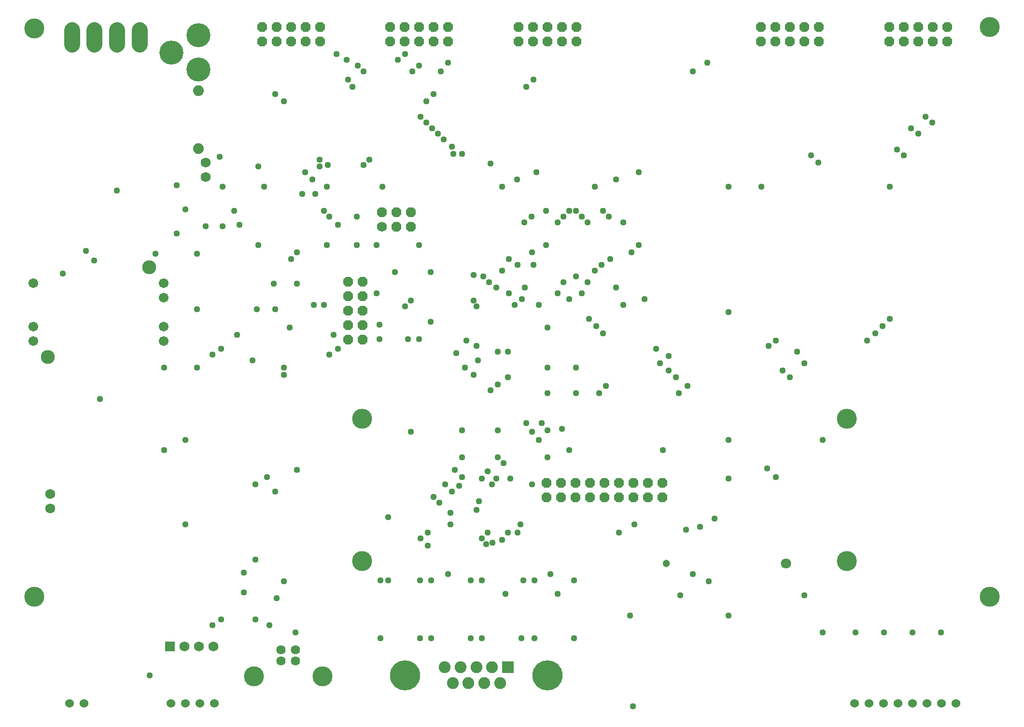
<source format=gbs>
G75*
G70*
%OFA0B0*%
%FSLAX24Y24*%
%IPPOS*%
%LPD*%
%AMOC8*
5,1,8,0,0,1.08239X$1,22.5*
%
%ADD10C,0.0640*%
%ADD11C,0.1380*%
%ADD12OC8,0.0680*%
%ADD13C,0.0680*%
%ADD14C,0.0600*%
%ADD15C,0.0674*%
%ADD16C,0.0966*%
%ADD17C,0.1660*%
%ADD18C,0.0740*%
%ADD19R,0.0680X0.0680*%
%ADD20C,0.0513*%
%ADD21C,0.0710*%
%ADD22C,0.1084*%
%ADD23R,0.0820X0.0820*%
%ADD24C,0.0820*%
%ADD25C,0.2080*%
%ADD26C,0.0440*%
D10*
X018264Y007360D03*
X018264Y008140D03*
X019248Y008140D03*
X019248Y007360D03*
D11*
X021126Y006290D03*
X016386Y006290D03*
X023874Y014250D03*
X023874Y024093D03*
X001236Y011789D03*
X001236Y051061D03*
X057339Y024093D03*
X057339Y014250D03*
X067181Y011789D03*
X067181Y051160D03*
D12*
X064260Y051167D03*
X063260Y051167D03*
X062260Y051167D03*
X062260Y050167D03*
X063260Y050167D03*
X064260Y050167D03*
X061260Y050167D03*
X060260Y050167D03*
X060260Y051167D03*
X061260Y051167D03*
X055402Y051167D03*
X054402Y051167D03*
X053402Y051167D03*
X053402Y050167D03*
X054402Y050167D03*
X055402Y050167D03*
X052402Y050167D03*
X051402Y050167D03*
X051402Y051167D03*
X052402Y051167D03*
X038669Y051167D03*
X037669Y051167D03*
X037669Y050167D03*
X038669Y050167D03*
X036669Y050167D03*
X035669Y050167D03*
X034669Y050167D03*
X034669Y051167D03*
X035669Y051167D03*
X036669Y051167D03*
X029811Y051167D03*
X028811Y051167D03*
X028811Y050167D03*
X029811Y050167D03*
X027811Y050167D03*
X026811Y050167D03*
X025811Y050167D03*
X025811Y051167D03*
X026811Y051167D03*
X027811Y051167D03*
X020953Y051167D03*
X019953Y051167D03*
X019953Y050167D03*
X020953Y050167D03*
X018953Y050167D03*
X017953Y050167D03*
X016953Y050167D03*
X016953Y051167D03*
X017953Y051167D03*
X018953Y051167D03*
X025236Y038372D03*
X026236Y038372D03*
X026236Y037372D03*
X027236Y037372D03*
X027236Y038372D03*
X023882Y033573D03*
X022882Y033573D03*
X022882Y032573D03*
X023882Y032573D03*
X023882Y031573D03*
X022882Y031573D03*
X022882Y030573D03*
X023882Y030573D03*
X023882Y029573D03*
X022882Y029573D03*
X036606Y019671D03*
X037606Y019671D03*
X037606Y018671D03*
X036606Y018671D03*
X038606Y018671D03*
X039606Y018671D03*
X040606Y018671D03*
X041606Y018671D03*
X042606Y018671D03*
X043606Y018671D03*
X044606Y018671D03*
X044606Y019671D03*
X043606Y019671D03*
X042606Y019671D03*
X041606Y019671D03*
X040606Y019671D03*
X039606Y019671D03*
X038606Y019671D03*
D13*
X025236Y037372D03*
X013047Y040809D03*
X013047Y041809D03*
X002319Y018892D03*
X002319Y017892D03*
X011587Y008345D03*
X012587Y008345D03*
X013587Y008345D03*
D14*
X003652Y004439D03*
X004652Y004439D03*
X010652Y004439D03*
X011652Y004439D03*
X012652Y004439D03*
X013652Y004439D03*
X057852Y004439D03*
X058852Y004439D03*
X059852Y004439D03*
X060852Y004439D03*
X061852Y004439D03*
X062852Y004439D03*
X063852Y004439D03*
X064852Y004439D03*
D15*
X010165Y029474D03*
X010165Y030474D03*
X010165Y032474D03*
X010165Y033474D03*
X001165Y033474D03*
X001165Y030474D03*
X001165Y029474D03*
D16*
X002165Y028374D03*
X009165Y034574D03*
D17*
X012555Y048226D03*
X010705Y049408D03*
X012555Y050589D03*
D18*
X012555Y046762D03*
X012555Y042762D03*
D19*
X010587Y008345D03*
D20*
X044874Y014089D03*
D21*
X053142Y014089D03*
D22*
X008496Y049969D02*
X008496Y050973D01*
X006937Y050973D02*
X006937Y049969D01*
X005378Y049969D02*
X005378Y050973D01*
X003819Y050973D02*
X003819Y049969D01*
D23*
X033929Y006935D03*
D24*
X032839Y006935D03*
X031748Y006935D03*
X030657Y006935D03*
X029567Y006935D03*
X030114Y005817D03*
X031205Y005817D03*
X032291Y005817D03*
X033382Y005817D03*
D25*
X036669Y006376D03*
X026827Y006376D03*
D26*
X027877Y008939D03*
X028627Y008939D03*
X031377Y008939D03*
X032127Y008939D03*
X034877Y008939D03*
X035752Y008939D03*
X038502Y008939D03*
X042378Y010510D03*
X045823Y011888D03*
X046709Y013364D03*
X047791Y012872D03*
X049169Y010510D03*
X054386Y011888D03*
X055665Y009329D03*
X057929Y009329D03*
X059898Y009329D03*
X061866Y009329D03*
X063835Y009329D03*
X052417Y020057D03*
X051827Y020648D03*
X049169Y019959D03*
X049169Y022616D03*
X044642Y021927D03*
X045724Y025864D03*
X046315Y026356D03*
X045528Y026947D03*
X045035Y027439D03*
X044445Y027931D03*
X045035Y028423D03*
X044150Y028915D03*
X040508Y029998D03*
X040016Y030490D03*
X039524Y030982D03*
X038146Y032360D03*
X037358Y032754D03*
X037752Y033541D03*
X038638Y033935D03*
X039425Y033541D03*
X039031Y032754D03*
X039917Y034329D03*
X040409Y034723D03*
X041000Y035116D03*
X042476Y035608D03*
X042969Y036100D03*
X041886Y037675D03*
X040902Y038069D03*
X040508Y038463D03*
X039425Y037675D03*
X039031Y038069D03*
X038638Y038463D03*
X038146Y038463D03*
X037752Y038069D03*
X037358Y037675D03*
X036571Y038463D03*
X035549Y038069D03*
X035049Y037675D03*
X036571Y036100D03*
X035587Y035608D03*
X035685Y034723D03*
X034602Y034723D03*
X034012Y035116D03*
X033520Y034329D03*
X032240Y033935D03*
X032634Y033541D03*
X033126Y033148D03*
X034012Y032754D03*
X034406Y031967D03*
X034898Y032360D03*
X036079Y031967D03*
X035094Y033148D03*
X036669Y030392D03*
X033913Y028719D03*
X033224Y028719D03*
X031846Y028128D03*
X030961Y027636D03*
X031551Y027144D03*
X032732Y026061D03*
X033224Y026455D03*
X033913Y026947D03*
X036669Y027636D03*
X038638Y027636D03*
X040705Y026356D03*
X040213Y025864D03*
X038638Y025864D03*
X036669Y025864D03*
X036276Y023797D03*
X036669Y023305D03*
X035587Y023207D03*
X035193Y023797D03*
X036079Y022616D03*
X036669Y021435D03*
X038146Y021927D03*
X037654Y023404D03*
X033618Y021041D03*
X033224Y021435D03*
X032535Y020451D03*
X032142Y019959D03*
X032831Y019565D03*
X033126Y019959D03*
X034110Y019959D03*
X035587Y019565D03*
X034799Y016809D03*
X034602Y016219D03*
X033913Y016219D03*
X033520Y015726D03*
X032877Y015537D03*
X032437Y015431D03*
X032142Y015825D03*
X032535Y016219D03*
X031748Y017793D03*
X031945Y018384D03*
X030567Y019467D03*
X030075Y019073D03*
X029583Y019565D03*
X030272Y020549D03*
X030764Y020057D03*
X030764Y021435D03*
X030764Y023305D03*
X033224Y023305D03*
X027220Y023207D03*
X028795Y018679D03*
X029189Y018286D03*
X029976Y017597D03*
X029976Y016809D03*
X028402Y016219D03*
X027909Y015825D03*
X028402Y015333D03*
X029791Y013353D03*
X028627Y012939D03*
X027877Y012939D03*
X025646Y012939D03*
X025127Y012939D03*
X025127Y008939D03*
X019248Y009329D03*
X017476Y009821D03*
X016492Y010215D03*
X017969Y011691D03*
X018461Y012872D03*
X016492Y014349D03*
X015705Y013463D03*
X015705Y012085D03*
X014130Y010215D03*
X013539Y009821D03*
X009209Y006376D03*
X011669Y016809D03*
X016492Y019565D03*
X017280Y020057D03*
X017870Y019073D03*
X019346Y020549D03*
X025646Y017301D03*
X031377Y012939D03*
X032127Y012939D03*
X033752Y011982D03*
X035002Y012939D03*
X035752Y012939D03*
X036877Y013364D03*
X037377Y011991D03*
X038502Y012939D03*
X041591Y016219D03*
X042673Y016809D03*
X046217Y016415D03*
X047201Y016612D03*
X048185Y017203D03*
X055665Y022616D03*
X053402Y026947D03*
X052909Y027439D03*
X054386Y027931D03*
X053894Y028719D03*
X052417Y029506D03*
X051925Y029112D03*
X049169Y031474D03*
X043362Y032360D03*
X041886Y031967D03*
X041394Y033148D03*
X039917Y040136D03*
X041394Y040628D03*
X042969Y041120D03*
X049169Y040136D03*
X051433Y040136D03*
X054878Y042301D03*
X055370Y041809D03*
X060291Y040136D03*
X061276Y042301D03*
X060783Y042695D03*
X061768Y044171D03*
X062260Y043778D03*
X063244Y044565D03*
X062752Y044959D03*
X047693Y048699D03*
X046709Y048108D03*
X035685Y047518D03*
X035193Y047026D03*
X029780Y048699D03*
X029287Y048108D03*
X027811Y048502D03*
X027319Y048108D03*
X026335Y048896D03*
X026827Y049289D03*
X023972Y048108D03*
X023579Y048502D03*
X022791Y048896D03*
X022102Y049289D03*
X022890Y047518D03*
X023185Y047026D03*
X018461Y046041D03*
X017870Y046534D03*
X020921Y042006D03*
X020921Y041514D03*
X021512Y041612D03*
X020429Y040628D03*
X019937Y041120D03*
X019740Y039644D03*
X020626Y039644D03*
X021413Y040136D03*
X021217Y038463D03*
X021610Y038069D03*
X022201Y037478D03*
X023480Y038069D03*
X023480Y036100D03*
X024858Y036100D03*
X026138Y034230D03*
X024858Y032754D03*
X026827Y031868D03*
X027220Y032262D03*
X028598Y030786D03*
X027811Y029604D03*
X027024Y029604D03*
X025055Y029604D03*
X025055Y030589D03*
X021906Y029900D03*
X022201Y028915D03*
X021610Y028522D03*
X018854Y030392D03*
X017870Y031671D03*
X016591Y031671D03*
X017772Y033443D03*
X019346Y033443D03*
X020528Y031967D03*
X021217Y031967D03*
X018953Y035116D03*
X019346Y035608D03*
X021413Y036100D03*
X016689Y036100D03*
X015409Y037478D03*
X015016Y038463D03*
X014228Y037380D03*
X013047Y037380D03*
X011669Y038561D03*
X011079Y036888D03*
X012457Y035510D03*
X009602Y035510D03*
X005370Y035018D03*
X004780Y035707D03*
X003205Y034132D03*
X006937Y039849D03*
X011079Y040234D03*
X014228Y040136D03*
X014031Y042203D03*
X016689Y041514D03*
X017083Y040136D03*
X023972Y041612D03*
X024366Y042006D03*
X025252Y040136D03*
X029091Y043778D03*
X029484Y043384D03*
X030075Y042892D03*
X030173Y042400D03*
X030764Y042400D03*
X032732Y041711D03*
X033520Y040136D03*
X034549Y040628D03*
X035882Y041120D03*
X028795Y046534D03*
X028303Y046041D03*
X027909Y044959D03*
X028303Y044565D03*
X028697Y044171D03*
X027811Y036100D03*
X028598Y034230D03*
X031551Y034034D03*
X031551Y032262D03*
X031748Y031868D03*
X031059Y029506D03*
X031748Y029112D03*
X030370Y028620D03*
X018461Y027636D03*
X018461Y027144D03*
X016295Y028128D03*
X014130Y028915D03*
X013539Y028522D03*
X012457Y027636D03*
X010193Y027636D03*
X005764Y025471D03*
X010193Y021927D03*
X011669Y022616D03*
X015213Y029900D03*
X012457Y031671D03*
X042575Y004211D03*
X058717Y029506D03*
X059307Y029998D03*
X059799Y030490D03*
X060291Y030982D03*
M02*

</source>
